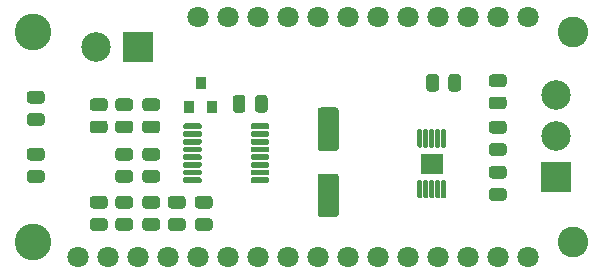
<source format=gbr>
%TF.GenerationSoftware,KiCad,Pcbnew,(5.1.6-0-10_14)*%
%TF.CreationDate,2021-08-04T10:25:44-07:00*%
%TF.ProjectId,Motor_Tester_DRV8830_Wing,4d6f746f-725f-4546-9573-7465725f4452,v00*%
%TF.SameCoordinates,Original*%
%TF.FileFunction,Soldermask,Top*%
%TF.FilePolarity,Negative*%
%FSLAX46Y46*%
G04 Gerber Fmt 4.6, Leading zero omitted, Abs format (unit mm)*
G04 Created by KiCad (PCBNEW (5.1.6-0-10_14)) date 2021-08-04 10:25:44*
%MOMM*%
%LPD*%
G01*
G04 APERTURE LIST*
%ADD10C,1.801600*%
%ADD11C,2.601600*%
%ADD12C,3.101600*%
%ADD13R,2.501600X2.501600*%
%ADD14C,2.501600*%
%ADD15R,0.901600X1.001600*%
%ADD16R,1.981600X1.781600*%
G04 APERTURE END LIST*
D10*
%TO.C,M1*%
X133350000Y-97790000D03*
X135890000Y-97790000D03*
X138430000Y-97790000D03*
X140970000Y-97790000D03*
X143510000Y-97790000D03*
X146050000Y-97790000D03*
X148590000Y-97790000D03*
X151130000Y-97790000D03*
X153670000Y-97790000D03*
X156210000Y-97790000D03*
X158750000Y-97790000D03*
X161290000Y-97790000D03*
X163830000Y-97790000D03*
X166370000Y-97790000D03*
X168910000Y-97790000D03*
X171450000Y-97790000D03*
X143510000Y-77470000D03*
X146050000Y-77470000D03*
X148590000Y-77470000D03*
X151130000Y-77470000D03*
X153670000Y-77470000D03*
X156210000Y-77470000D03*
X158750000Y-77470000D03*
X161290000Y-77470000D03*
X163830000Y-77470000D03*
X166370000Y-77470000D03*
X168910000Y-77470000D03*
X171450000Y-77470000D03*
D11*
X175260000Y-78740000D03*
X175260000Y-96520000D03*
D12*
X129540000Y-96520000D03*
X129540000Y-78740000D03*
%TD*%
%TO.C,C5*%
G36*
G01*
X169391650Y-93042800D02*
X168428350Y-93042800D01*
G75*
G02*
X168159200Y-92773650I0J269150D01*
G01*
X168159200Y-92235350D01*
G75*
G02*
X168428350Y-91966200I269150J0D01*
G01*
X169391650Y-91966200D01*
G75*
G02*
X169660800Y-92235350I0J-269150D01*
G01*
X169660800Y-92773650D01*
G75*
G02*
X169391650Y-93042800I-269150J0D01*
G01*
G37*
G36*
G01*
X169391650Y-91167800D02*
X168428350Y-91167800D01*
G75*
G02*
X168159200Y-90898650I0J269150D01*
G01*
X168159200Y-90360350D01*
G75*
G02*
X168428350Y-90091200I269150J0D01*
G01*
X169391650Y-90091200D01*
G75*
G02*
X169660800Y-90360350I0J-269150D01*
G01*
X169660800Y-90898650D01*
G75*
G02*
X169391650Y-91167800I-269150J0D01*
G01*
G37*
%TD*%
%TO.C,C6*%
G36*
G01*
X168428350Y-84219200D02*
X169391650Y-84219200D01*
G75*
G02*
X169660800Y-84488350I0J-269150D01*
G01*
X169660800Y-85026650D01*
G75*
G02*
X169391650Y-85295800I-269150J0D01*
G01*
X168428350Y-85295800D01*
G75*
G02*
X168159200Y-85026650I0J269150D01*
G01*
X168159200Y-84488350D01*
G75*
G02*
X168428350Y-84219200I269150J0D01*
G01*
G37*
G36*
G01*
X168428350Y-82344200D02*
X169391650Y-82344200D01*
G75*
G02*
X169660800Y-82613350I0J-269150D01*
G01*
X169660800Y-83151650D01*
G75*
G02*
X169391650Y-83420800I-269150J0D01*
G01*
X168428350Y-83420800D01*
G75*
G02*
X168159200Y-83151650I0J269150D01*
G01*
X168159200Y-82613350D01*
G75*
G02*
X168428350Y-82344200I269150J0D01*
G01*
G37*
%TD*%
%TO.C,C7*%
G36*
G01*
X169391650Y-89232800D02*
X168428350Y-89232800D01*
G75*
G02*
X168159200Y-88963650I0J269150D01*
G01*
X168159200Y-88425350D01*
G75*
G02*
X168428350Y-88156200I269150J0D01*
G01*
X169391650Y-88156200D01*
G75*
G02*
X169660800Y-88425350I0J-269150D01*
G01*
X169660800Y-88963650D01*
G75*
G02*
X169391650Y-89232800I-269150J0D01*
G01*
G37*
G36*
G01*
X169391650Y-87357800D02*
X168428350Y-87357800D01*
G75*
G02*
X168159200Y-87088650I0J269150D01*
G01*
X168159200Y-86550350D01*
G75*
G02*
X168428350Y-86281200I269150J0D01*
G01*
X169391650Y-86281200D01*
G75*
G02*
X169660800Y-86550350I0J-269150D01*
G01*
X169660800Y-87088650D01*
G75*
G02*
X169391650Y-87357800I-269150J0D01*
G01*
G37*
%TD*%
%TO.C,C9*%
G36*
G01*
X140054650Y-95582800D02*
X139091350Y-95582800D01*
G75*
G02*
X138822200Y-95313650I0J269150D01*
G01*
X138822200Y-94775350D01*
G75*
G02*
X139091350Y-94506200I269150J0D01*
G01*
X140054650Y-94506200D01*
G75*
G02*
X140323800Y-94775350I0J-269150D01*
G01*
X140323800Y-95313650D01*
G75*
G02*
X140054650Y-95582800I-269150J0D01*
G01*
G37*
G36*
G01*
X140054650Y-93707800D02*
X139091350Y-93707800D01*
G75*
G02*
X138822200Y-93438650I0J269150D01*
G01*
X138822200Y-92900350D01*
G75*
G02*
X139091350Y-92631200I269150J0D01*
G01*
X140054650Y-92631200D01*
G75*
G02*
X140323800Y-92900350I0J-269150D01*
G01*
X140323800Y-93438650D01*
G75*
G02*
X140054650Y-93707800I-269150J0D01*
G01*
G37*
%TD*%
%TO.C,C10*%
G36*
G01*
X137768650Y-93707800D02*
X136805350Y-93707800D01*
G75*
G02*
X136536200Y-93438650I0J269150D01*
G01*
X136536200Y-92900350D01*
G75*
G02*
X136805350Y-92631200I269150J0D01*
G01*
X137768650Y-92631200D01*
G75*
G02*
X138037800Y-92900350I0J-269150D01*
G01*
X138037800Y-93438650D01*
G75*
G02*
X137768650Y-93707800I-269150J0D01*
G01*
G37*
G36*
G01*
X137768650Y-95582800D02*
X136805350Y-95582800D01*
G75*
G02*
X136536200Y-95313650I0J269150D01*
G01*
X136536200Y-94775350D01*
G75*
G02*
X136805350Y-94506200I269150J0D01*
G01*
X137768650Y-94506200D01*
G75*
G02*
X138037800Y-94775350I0J-269150D01*
G01*
X138037800Y-95313650D01*
G75*
G02*
X137768650Y-95582800I-269150J0D01*
G01*
G37*
%TD*%
D13*
%TO.C,J6*%
X173863000Y-91059000D03*
D14*
X173863000Y-87559000D03*
X173863000Y-84059000D03*
%TD*%
D15*
%TO.C,Q1*%
X142814000Y-85074000D03*
X144714000Y-85074000D03*
X143764000Y-83074000D03*
%TD*%
%TO.C,R5*%
G36*
G01*
X134646350Y-92631200D02*
X135609650Y-92631200D01*
G75*
G02*
X135878800Y-92900350I0J-269150D01*
G01*
X135878800Y-93438650D01*
G75*
G02*
X135609650Y-93707800I-269150J0D01*
G01*
X134646350Y-93707800D01*
G75*
G02*
X134377200Y-93438650I0J269150D01*
G01*
X134377200Y-92900350D01*
G75*
G02*
X134646350Y-92631200I269150J0D01*
G01*
G37*
G36*
G01*
X134646350Y-94506200D02*
X135609650Y-94506200D01*
G75*
G02*
X135878800Y-94775350I0J-269150D01*
G01*
X135878800Y-95313650D01*
G75*
G02*
X135609650Y-95582800I-269150J0D01*
G01*
X134646350Y-95582800D01*
G75*
G02*
X134377200Y-95313650I0J269150D01*
G01*
X134377200Y-94775350D01*
G75*
G02*
X134646350Y-94506200I269150J0D01*
G01*
G37*
%TD*%
%TO.C,R6*%
G36*
G01*
X134646350Y-84376200D02*
X135609650Y-84376200D01*
G75*
G02*
X135878800Y-84645350I0J-269150D01*
G01*
X135878800Y-85183650D01*
G75*
G02*
X135609650Y-85452800I-269150J0D01*
G01*
X134646350Y-85452800D01*
G75*
G02*
X134377200Y-85183650I0J269150D01*
G01*
X134377200Y-84645350D01*
G75*
G02*
X134646350Y-84376200I269150J0D01*
G01*
G37*
G36*
G01*
X134646350Y-86251200D02*
X135609650Y-86251200D01*
G75*
G02*
X135878800Y-86520350I0J-269150D01*
G01*
X135878800Y-87058650D01*
G75*
G02*
X135609650Y-87327800I-269150J0D01*
G01*
X134646350Y-87327800D01*
G75*
G02*
X134377200Y-87058650I0J269150D01*
G01*
X134377200Y-86520350D01*
G75*
G02*
X134646350Y-86251200I269150J0D01*
G01*
G37*
%TD*%
%TO.C,U1*%
G36*
G01*
X142272200Y-86877400D02*
X142272200Y-86626600D01*
G75*
G02*
X142397600Y-86501200I125400J0D01*
G01*
X143723400Y-86501200D01*
G75*
G02*
X143848800Y-86626600I0J-125400D01*
G01*
X143848800Y-86877400D01*
G75*
G02*
X143723400Y-87002800I-125400J0D01*
G01*
X142397600Y-87002800D01*
G75*
G02*
X142272200Y-86877400I0J125400D01*
G01*
G37*
G36*
G01*
X142272200Y-87527400D02*
X142272200Y-87276600D01*
G75*
G02*
X142397600Y-87151200I125400J0D01*
G01*
X143723400Y-87151200D01*
G75*
G02*
X143848800Y-87276600I0J-125400D01*
G01*
X143848800Y-87527400D01*
G75*
G02*
X143723400Y-87652800I-125400J0D01*
G01*
X142397600Y-87652800D01*
G75*
G02*
X142272200Y-87527400I0J125400D01*
G01*
G37*
G36*
G01*
X142272200Y-88177400D02*
X142272200Y-87926600D01*
G75*
G02*
X142397600Y-87801200I125400J0D01*
G01*
X143723400Y-87801200D01*
G75*
G02*
X143848800Y-87926600I0J-125400D01*
G01*
X143848800Y-88177400D01*
G75*
G02*
X143723400Y-88302800I-125400J0D01*
G01*
X142397600Y-88302800D01*
G75*
G02*
X142272200Y-88177400I0J125400D01*
G01*
G37*
G36*
G01*
X142272200Y-88827400D02*
X142272200Y-88576600D01*
G75*
G02*
X142397600Y-88451200I125400J0D01*
G01*
X143723400Y-88451200D01*
G75*
G02*
X143848800Y-88576600I0J-125400D01*
G01*
X143848800Y-88827400D01*
G75*
G02*
X143723400Y-88952800I-125400J0D01*
G01*
X142397600Y-88952800D01*
G75*
G02*
X142272200Y-88827400I0J125400D01*
G01*
G37*
G36*
G01*
X142272200Y-89477400D02*
X142272200Y-89226600D01*
G75*
G02*
X142397600Y-89101200I125400J0D01*
G01*
X143723400Y-89101200D01*
G75*
G02*
X143848800Y-89226600I0J-125400D01*
G01*
X143848800Y-89477400D01*
G75*
G02*
X143723400Y-89602800I-125400J0D01*
G01*
X142397600Y-89602800D01*
G75*
G02*
X142272200Y-89477400I0J125400D01*
G01*
G37*
G36*
G01*
X142272200Y-90127400D02*
X142272200Y-89876600D01*
G75*
G02*
X142397600Y-89751200I125400J0D01*
G01*
X143723400Y-89751200D01*
G75*
G02*
X143848800Y-89876600I0J-125400D01*
G01*
X143848800Y-90127400D01*
G75*
G02*
X143723400Y-90252800I-125400J0D01*
G01*
X142397600Y-90252800D01*
G75*
G02*
X142272200Y-90127400I0J125400D01*
G01*
G37*
G36*
G01*
X142272200Y-90777400D02*
X142272200Y-90526600D01*
G75*
G02*
X142397600Y-90401200I125400J0D01*
G01*
X143723400Y-90401200D01*
G75*
G02*
X143848800Y-90526600I0J-125400D01*
G01*
X143848800Y-90777400D01*
G75*
G02*
X143723400Y-90902800I-125400J0D01*
G01*
X142397600Y-90902800D01*
G75*
G02*
X142272200Y-90777400I0J125400D01*
G01*
G37*
G36*
G01*
X142272200Y-91427400D02*
X142272200Y-91176600D01*
G75*
G02*
X142397600Y-91051200I125400J0D01*
G01*
X143723400Y-91051200D01*
G75*
G02*
X143848800Y-91176600I0J-125400D01*
G01*
X143848800Y-91427400D01*
G75*
G02*
X143723400Y-91552800I-125400J0D01*
G01*
X142397600Y-91552800D01*
G75*
G02*
X142272200Y-91427400I0J125400D01*
G01*
G37*
G36*
G01*
X147997200Y-91427400D02*
X147997200Y-91176600D01*
G75*
G02*
X148122600Y-91051200I125400J0D01*
G01*
X149448400Y-91051200D01*
G75*
G02*
X149573800Y-91176600I0J-125400D01*
G01*
X149573800Y-91427400D01*
G75*
G02*
X149448400Y-91552800I-125400J0D01*
G01*
X148122600Y-91552800D01*
G75*
G02*
X147997200Y-91427400I0J125400D01*
G01*
G37*
G36*
G01*
X147997200Y-90777400D02*
X147997200Y-90526600D01*
G75*
G02*
X148122600Y-90401200I125400J0D01*
G01*
X149448400Y-90401200D01*
G75*
G02*
X149573800Y-90526600I0J-125400D01*
G01*
X149573800Y-90777400D01*
G75*
G02*
X149448400Y-90902800I-125400J0D01*
G01*
X148122600Y-90902800D01*
G75*
G02*
X147997200Y-90777400I0J125400D01*
G01*
G37*
G36*
G01*
X147997200Y-90127400D02*
X147997200Y-89876600D01*
G75*
G02*
X148122600Y-89751200I125400J0D01*
G01*
X149448400Y-89751200D01*
G75*
G02*
X149573800Y-89876600I0J-125400D01*
G01*
X149573800Y-90127400D01*
G75*
G02*
X149448400Y-90252800I-125400J0D01*
G01*
X148122600Y-90252800D01*
G75*
G02*
X147997200Y-90127400I0J125400D01*
G01*
G37*
G36*
G01*
X147997200Y-89477400D02*
X147997200Y-89226600D01*
G75*
G02*
X148122600Y-89101200I125400J0D01*
G01*
X149448400Y-89101200D01*
G75*
G02*
X149573800Y-89226600I0J-125400D01*
G01*
X149573800Y-89477400D01*
G75*
G02*
X149448400Y-89602800I-125400J0D01*
G01*
X148122600Y-89602800D01*
G75*
G02*
X147997200Y-89477400I0J125400D01*
G01*
G37*
G36*
G01*
X147997200Y-88827400D02*
X147997200Y-88576600D01*
G75*
G02*
X148122600Y-88451200I125400J0D01*
G01*
X149448400Y-88451200D01*
G75*
G02*
X149573800Y-88576600I0J-125400D01*
G01*
X149573800Y-88827400D01*
G75*
G02*
X149448400Y-88952800I-125400J0D01*
G01*
X148122600Y-88952800D01*
G75*
G02*
X147997200Y-88827400I0J125400D01*
G01*
G37*
G36*
G01*
X147997200Y-88177400D02*
X147997200Y-87926600D01*
G75*
G02*
X148122600Y-87801200I125400J0D01*
G01*
X149448400Y-87801200D01*
G75*
G02*
X149573800Y-87926600I0J-125400D01*
G01*
X149573800Y-88177400D01*
G75*
G02*
X149448400Y-88302800I-125400J0D01*
G01*
X148122600Y-88302800D01*
G75*
G02*
X147997200Y-88177400I0J125400D01*
G01*
G37*
G36*
G01*
X147997200Y-87527400D02*
X147997200Y-87276600D01*
G75*
G02*
X148122600Y-87151200I125400J0D01*
G01*
X149448400Y-87151200D01*
G75*
G02*
X149573800Y-87276600I0J-125400D01*
G01*
X149573800Y-87527400D01*
G75*
G02*
X149448400Y-87652800I-125400J0D01*
G01*
X148122600Y-87652800D01*
G75*
G02*
X147997200Y-87527400I0J125400D01*
G01*
G37*
G36*
G01*
X147997200Y-86877400D02*
X147997200Y-86626600D01*
G75*
G02*
X148122600Y-86501200I125400J0D01*
G01*
X149448400Y-86501200D01*
G75*
G02*
X149573800Y-86626600I0J-125400D01*
G01*
X149573800Y-86877400D01*
G75*
G02*
X149448400Y-87002800I-125400J0D01*
G01*
X148122600Y-87002800D01*
G75*
G02*
X147997200Y-86877400I0J125400D01*
G01*
G37*
%TD*%
%TO.C,C1*%
G36*
G01*
X137768650Y-87327800D02*
X136805350Y-87327800D01*
G75*
G02*
X136536200Y-87058650I0J269150D01*
G01*
X136536200Y-86520350D01*
G75*
G02*
X136805350Y-86251200I269150J0D01*
G01*
X137768650Y-86251200D01*
G75*
G02*
X138037800Y-86520350I0J-269150D01*
G01*
X138037800Y-87058650D01*
G75*
G02*
X137768650Y-87327800I-269150J0D01*
G01*
G37*
G36*
G01*
X137768650Y-85452800D02*
X136805350Y-85452800D01*
G75*
G02*
X136536200Y-85183650I0J269150D01*
G01*
X136536200Y-84645350D01*
G75*
G02*
X136805350Y-84376200I269150J0D01*
G01*
X137768650Y-84376200D01*
G75*
G02*
X138037800Y-84645350I0J-269150D01*
G01*
X138037800Y-85183650D01*
G75*
G02*
X137768650Y-85452800I-269150J0D01*
G01*
G37*
%TD*%
%TO.C,C2*%
G36*
G01*
X140054650Y-85452800D02*
X139091350Y-85452800D01*
G75*
G02*
X138822200Y-85183650I0J269150D01*
G01*
X138822200Y-84645350D01*
G75*
G02*
X139091350Y-84376200I269150J0D01*
G01*
X140054650Y-84376200D01*
G75*
G02*
X140323800Y-84645350I0J-269150D01*
G01*
X140323800Y-85183650D01*
G75*
G02*
X140054650Y-85452800I-269150J0D01*
G01*
G37*
G36*
G01*
X140054650Y-87327800D02*
X139091350Y-87327800D01*
G75*
G02*
X138822200Y-87058650I0J269150D01*
G01*
X138822200Y-86520350D01*
G75*
G02*
X139091350Y-86251200I269150J0D01*
G01*
X140054650Y-86251200D01*
G75*
G02*
X140323800Y-86520350I0J-269150D01*
G01*
X140323800Y-87058650D01*
G75*
G02*
X140054650Y-87327800I-269150J0D01*
G01*
G37*
%TD*%
%TO.C,C4*%
G36*
G01*
X146479200Y-85317650D02*
X146479200Y-84354350D01*
G75*
G02*
X146748350Y-84085200I269150J0D01*
G01*
X147286650Y-84085200D01*
G75*
G02*
X147555800Y-84354350I0J-269150D01*
G01*
X147555800Y-85317650D01*
G75*
G02*
X147286650Y-85586800I-269150J0D01*
G01*
X146748350Y-85586800D01*
G75*
G02*
X146479200Y-85317650I0J269150D01*
G01*
G37*
G36*
G01*
X148354200Y-85317650D02*
X148354200Y-84354350D01*
G75*
G02*
X148623350Y-84085200I269150J0D01*
G01*
X149161650Y-84085200D01*
G75*
G02*
X149430800Y-84354350I0J-269150D01*
G01*
X149430800Y-85317650D01*
G75*
G02*
X149161650Y-85586800I-269150J0D01*
G01*
X148623350Y-85586800D01*
G75*
G02*
X148354200Y-85317650I0J269150D01*
G01*
G37*
%TD*%
%TO.C,D1*%
G36*
G01*
X129312350Y-88567200D02*
X130275650Y-88567200D01*
G75*
G02*
X130544800Y-88836350I0J-269150D01*
G01*
X130544800Y-89374650D01*
G75*
G02*
X130275650Y-89643800I-269150J0D01*
G01*
X129312350Y-89643800D01*
G75*
G02*
X129043200Y-89374650I0J269150D01*
G01*
X129043200Y-88836350D01*
G75*
G02*
X129312350Y-88567200I269150J0D01*
G01*
G37*
G36*
G01*
X129312350Y-90442200D02*
X130275650Y-90442200D01*
G75*
G02*
X130544800Y-90711350I0J-269150D01*
G01*
X130544800Y-91249650D01*
G75*
G02*
X130275650Y-91518800I-269150J0D01*
G01*
X129312350Y-91518800D01*
G75*
G02*
X129043200Y-91249650I0J269150D01*
G01*
X129043200Y-90711350D01*
G75*
G02*
X129312350Y-90442200I269150J0D01*
G01*
G37*
%TD*%
%TO.C,D2*%
G36*
G01*
X130275650Y-84817800D02*
X129312350Y-84817800D01*
G75*
G02*
X129043200Y-84548650I0J269150D01*
G01*
X129043200Y-84010350D01*
G75*
G02*
X129312350Y-83741200I269150J0D01*
G01*
X130275650Y-83741200D01*
G75*
G02*
X130544800Y-84010350I0J-269150D01*
G01*
X130544800Y-84548650D01*
G75*
G02*
X130275650Y-84817800I-269150J0D01*
G01*
G37*
G36*
G01*
X130275650Y-86692800D02*
X129312350Y-86692800D01*
G75*
G02*
X129043200Y-86423650I0J269150D01*
G01*
X129043200Y-85885350D01*
G75*
G02*
X129312350Y-85616200I269150J0D01*
G01*
X130275650Y-85616200D01*
G75*
G02*
X130544800Y-85885350I0J-269150D01*
G01*
X130544800Y-86423650D01*
G75*
G02*
X130275650Y-86692800I-269150J0D01*
G01*
G37*
%TD*%
D13*
%TO.C,J2*%
X138430000Y-80010000D03*
D14*
X134930000Y-80010000D03*
%TD*%
%TO.C,R1*%
G36*
G01*
X137768650Y-89643800D02*
X136805350Y-89643800D01*
G75*
G02*
X136536200Y-89374650I0J269150D01*
G01*
X136536200Y-88836350D01*
G75*
G02*
X136805350Y-88567200I269150J0D01*
G01*
X137768650Y-88567200D01*
G75*
G02*
X138037800Y-88836350I0J-269150D01*
G01*
X138037800Y-89374650D01*
G75*
G02*
X137768650Y-89643800I-269150J0D01*
G01*
G37*
G36*
G01*
X137768650Y-91518800D02*
X136805350Y-91518800D01*
G75*
G02*
X136536200Y-91249650I0J269150D01*
G01*
X136536200Y-90711350D01*
G75*
G02*
X136805350Y-90442200I269150J0D01*
G01*
X137768650Y-90442200D01*
G75*
G02*
X138037800Y-90711350I0J-269150D01*
G01*
X138037800Y-91249650D01*
G75*
G02*
X137768650Y-91518800I-269150J0D01*
G01*
G37*
%TD*%
%TO.C,R2*%
G36*
G01*
X140054650Y-91518800D02*
X139091350Y-91518800D01*
G75*
G02*
X138822200Y-91249650I0J269150D01*
G01*
X138822200Y-90711350D01*
G75*
G02*
X139091350Y-90442200I269150J0D01*
G01*
X140054650Y-90442200D01*
G75*
G02*
X140323800Y-90711350I0J-269150D01*
G01*
X140323800Y-91249650D01*
G75*
G02*
X140054650Y-91518800I-269150J0D01*
G01*
G37*
G36*
G01*
X140054650Y-89643800D02*
X139091350Y-89643800D01*
G75*
G02*
X138822200Y-89374650I0J269150D01*
G01*
X138822200Y-88836350D01*
G75*
G02*
X139091350Y-88567200I269150J0D01*
G01*
X140054650Y-88567200D01*
G75*
G02*
X140323800Y-88836350I0J-269150D01*
G01*
X140323800Y-89374650D01*
G75*
G02*
X140054650Y-89643800I-269150J0D01*
G01*
G37*
%TD*%
%TO.C,R3*%
G36*
G01*
X143536350Y-94506200D02*
X144499650Y-94506200D01*
G75*
G02*
X144768800Y-94775350I0J-269150D01*
G01*
X144768800Y-95313650D01*
G75*
G02*
X144499650Y-95582800I-269150J0D01*
G01*
X143536350Y-95582800D01*
G75*
G02*
X143267200Y-95313650I0J269150D01*
G01*
X143267200Y-94775350D01*
G75*
G02*
X143536350Y-94506200I269150J0D01*
G01*
G37*
G36*
G01*
X143536350Y-92631200D02*
X144499650Y-92631200D01*
G75*
G02*
X144768800Y-92900350I0J-269150D01*
G01*
X144768800Y-93438650D01*
G75*
G02*
X144499650Y-93707800I-269150J0D01*
G01*
X143536350Y-93707800D01*
G75*
G02*
X143267200Y-93438650I0J269150D01*
G01*
X143267200Y-92900350D01*
G75*
G02*
X143536350Y-92631200I269150J0D01*
G01*
G37*
%TD*%
%TO.C,R4*%
G36*
G01*
X141250350Y-92631200D02*
X142213650Y-92631200D01*
G75*
G02*
X142482800Y-92900350I0J-269150D01*
G01*
X142482800Y-93438650D01*
G75*
G02*
X142213650Y-93707800I-269150J0D01*
G01*
X141250350Y-93707800D01*
G75*
G02*
X140981200Y-93438650I0J269150D01*
G01*
X140981200Y-92900350D01*
G75*
G02*
X141250350Y-92631200I269150J0D01*
G01*
G37*
G36*
G01*
X141250350Y-94506200D02*
X142213650Y-94506200D01*
G75*
G02*
X142482800Y-94775350I0J-269150D01*
G01*
X142482800Y-95313650D01*
G75*
G02*
X142213650Y-95582800I-269150J0D01*
G01*
X141250350Y-95582800D01*
G75*
G02*
X140981200Y-95313650I0J269150D01*
G01*
X140981200Y-94775350D01*
G75*
G02*
X141250350Y-94506200I269150J0D01*
G01*
G37*
%TD*%
%TO.C,C3*%
G36*
G01*
X153939249Y-85138200D02*
X155178751Y-85138200D01*
G75*
G02*
X155459800Y-85419249I0J-281049D01*
G01*
X155459800Y-88558751D01*
G75*
G02*
X155178751Y-88839800I-281049J0D01*
G01*
X153939249Y-88839800D01*
G75*
G02*
X153658200Y-88558751I0J281049D01*
G01*
X153658200Y-85419249D01*
G75*
G02*
X153939249Y-85138200I281049J0D01*
G01*
G37*
G36*
G01*
X153939249Y-90738200D02*
X155178751Y-90738200D01*
G75*
G02*
X155459800Y-91019249I0J-281049D01*
G01*
X155459800Y-94158751D01*
G75*
G02*
X155178751Y-94439800I-281049J0D01*
G01*
X153939249Y-94439800D01*
G75*
G02*
X153658200Y-94158751I0J281049D01*
G01*
X153658200Y-91019249D01*
G75*
G02*
X153939249Y-90738200I281049J0D01*
G01*
G37*
%TD*%
%TO.C,R7*%
G36*
G01*
X162862200Y-83539650D02*
X162862200Y-82576350D01*
G75*
G02*
X163131350Y-82307200I269150J0D01*
G01*
X163669650Y-82307200D01*
G75*
G02*
X163938800Y-82576350I0J-269150D01*
G01*
X163938800Y-83539650D01*
G75*
G02*
X163669650Y-83808800I-269150J0D01*
G01*
X163131350Y-83808800D01*
G75*
G02*
X162862200Y-83539650I0J269150D01*
G01*
G37*
G36*
G01*
X164737200Y-83539650D02*
X164737200Y-82576350D01*
G75*
G02*
X165006350Y-82307200I269150J0D01*
G01*
X165544650Y-82307200D01*
G75*
G02*
X165813800Y-82576350I0J-269150D01*
G01*
X165813800Y-83539650D01*
G75*
G02*
X165544650Y-83808800I-269150J0D01*
G01*
X165006350Y-83808800D01*
G75*
G02*
X164737200Y-83539650I0J269150D01*
G01*
G37*
%TD*%
%TO.C,U2*%
G36*
G01*
X164221600Y-86990200D02*
X164422400Y-86990200D01*
G75*
G02*
X164522800Y-87090600I0J-100400D01*
G01*
X164522800Y-88441400D01*
G75*
G02*
X164422400Y-88541800I-100400J0D01*
G01*
X164221600Y-88541800D01*
G75*
G02*
X164121200Y-88441400I0J100400D01*
G01*
X164121200Y-87090600D01*
G75*
G02*
X164221600Y-86990200I100400J0D01*
G01*
G37*
G36*
G01*
X163721600Y-86990200D02*
X163922400Y-86990200D01*
G75*
G02*
X164022800Y-87090600I0J-100400D01*
G01*
X164022800Y-88441400D01*
G75*
G02*
X163922400Y-88541800I-100400J0D01*
G01*
X163721600Y-88541800D01*
G75*
G02*
X163621200Y-88441400I0J100400D01*
G01*
X163621200Y-87090600D01*
G75*
G02*
X163721600Y-86990200I100400J0D01*
G01*
G37*
G36*
G01*
X163221600Y-86990200D02*
X163422400Y-86990200D01*
G75*
G02*
X163522800Y-87090600I0J-100400D01*
G01*
X163522800Y-88441400D01*
G75*
G02*
X163422400Y-88541800I-100400J0D01*
G01*
X163221600Y-88541800D01*
G75*
G02*
X163121200Y-88441400I0J100400D01*
G01*
X163121200Y-87090600D01*
G75*
G02*
X163221600Y-86990200I100400J0D01*
G01*
G37*
G36*
G01*
X162721600Y-86990200D02*
X162922400Y-86990200D01*
G75*
G02*
X163022800Y-87090600I0J-100400D01*
G01*
X163022800Y-88441400D01*
G75*
G02*
X162922400Y-88541800I-100400J0D01*
G01*
X162721600Y-88541800D01*
G75*
G02*
X162621200Y-88441400I0J100400D01*
G01*
X162621200Y-87090600D01*
G75*
G02*
X162721600Y-86990200I100400J0D01*
G01*
G37*
G36*
G01*
X162221600Y-86990200D02*
X162422400Y-86990200D01*
G75*
G02*
X162522800Y-87090600I0J-100400D01*
G01*
X162522800Y-88441400D01*
G75*
G02*
X162422400Y-88541800I-100400J0D01*
G01*
X162221600Y-88541800D01*
G75*
G02*
X162121200Y-88441400I0J100400D01*
G01*
X162121200Y-87090600D01*
G75*
G02*
X162221600Y-86990200I100400J0D01*
G01*
G37*
G36*
G01*
X162221600Y-91290200D02*
X162422400Y-91290200D01*
G75*
G02*
X162522800Y-91390600I0J-100400D01*
G01*
X162522800Y-92741400D01*
G75*
G02*
X162422400Y-92841800I-100400J0D01*
G01*
X162221600Y-92841800D01*
G75*
G02*
X162121200Y-92741400I0J100400D01*
G01*
X162121200Y-91390600D01*
G75*
G02*
X162221600Y-91290200I100400J0D01*
G01*
G37*
G36*
G01*
X162721600Y-91290200D02*
X162922400Y-91290200D01*
G75*
G02*
X163022800Y-91390600I0J-100400D01*
G01*
X163022800Y-92741400D01*
G75*
G02*
X162922400Y-92841800I-100400J0D01*
G01*
X162721600Y-92841800D01*
G75*
G02*
X162621200Y-92741400I0J100400D01*
G01*
X162621200Y-91390600D01*
G75*
G02*
X162721600Y-91290200I100400J0D01*
G01*
G37*
G36*
G01*
X163221600Y-91290200D02*
X163422400Y-91290200D01*
G75*
G02*
X163522800Y-91390600I0J-100400D01*
G01*
X163522800Y-92741400D01*
G75*
G02*
X163422400Y-92841800I-100400J0D01*
G01*
X163221600Y-92841800D01*
G75*
G02*
X163121200Y-92741400I0J100400D01*
G01*
X163121200Y-91390600D01*
G75*
G02*
X163221600Y-91290200I100400J0D01*
G01*
G37*
G36*
G01*
X163721600Y-91290200D02*
X163922400Y-91290200D01*
G75*
G02*
X164022800Y-91390600I0J-100400D01*
G01*
X164022800Y-92741400D01*
G75*
G02*
X163922400Y-92841800I-100400J0D01*
G01*
X163721600Y-92841800D01*
G75*
G02*
X163621200Y-92741400I0J100400D01*
G01*
X163621200Y-91390600D01*
G75*
G02*
X163721600Y-91290200I100400J0D01*
G01*
G37*
G36*
G01*
X164221600Y-91290200D02*
X164422400Y-91290200D01*
G75*
G02*
X164522800Y-91390600I0J-100400D01*
G01*
X164522800Y-92741400D01*
G75*
G02*
X164422400Y-92841800I-100400J0D01*
G01*
X164221600Y-92841800D01*
G75*
G02*
X164121200Y-92741400I0J100400D01*
G01*
X164121200Y-91390600D01*
G75*
G02*
X164221600Y-91290200I100400J0D01*
G01*
G37*
D16*
X163322000Y-89916000D03*
%TD*%
M02*

</source>
